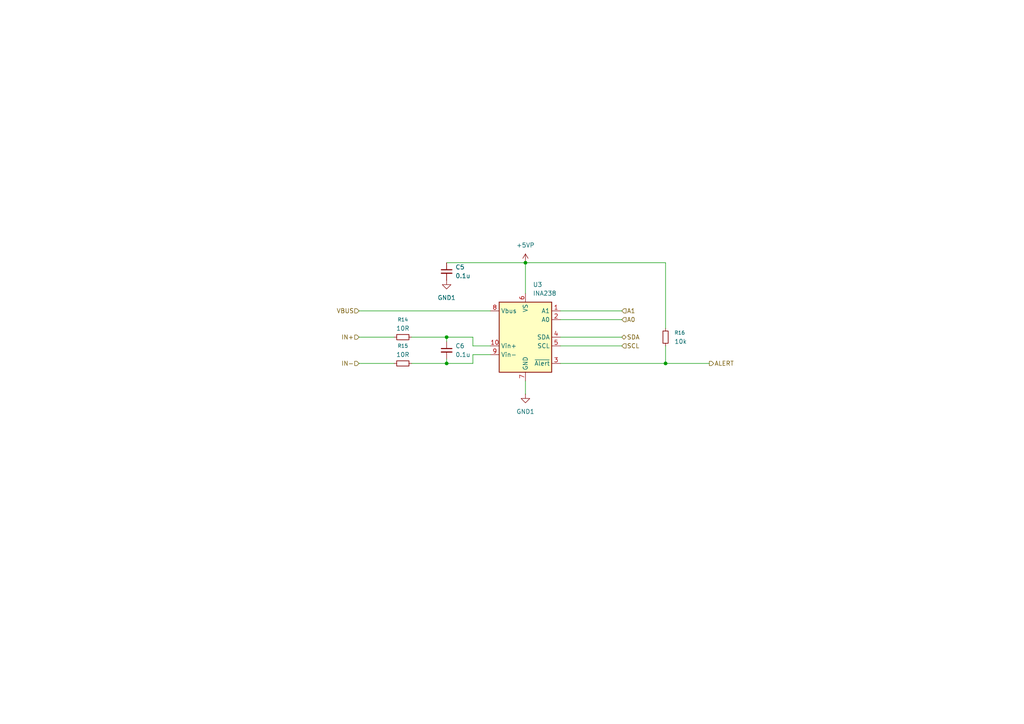
<source format=kicad_sch>
(kicad_sch
	(version 20250114)
	(generator "eeschema")
	(generator_version "9.0")
	(uuid "e77368e9-935d-4ef7-a79a-1f82a3ef1a00")
	(paper "A4")
	(title_block
		(title "12V-2x6 Current Monitor")
		(date "2025-08-12")
		(rev "1")
		(company "eggsampler")
	)
	(lib_symbols
		(symbol "Device:C_Small"
			(pin_numbers
				(hide yes)
			)
			(pin_names
				(offset 0.254)
				(hide yes)
			)
			(exclude_from_sim no)
			(in_bom yes)
			(on_board yes)
			(property "Reference" "C"
				(at 0.254 1.778 0)
				(effects
					(font
						(size 1.27 1.27)
					)
					(justify left)
				)
			)
			(property "Value" "C_Small"
				(at 0.254 -2.032 0)
				(effects
					(font
						(size 1.27 1.27)
					)
					(justify left)
				)
			)
			(property "Footprint" ""
				(at 0 0 0)
				(effects
					(font
						(size 1.27 1.27)
					)
					(hide yes)
				)
			)
			(property "Datasheet" "~"
				(at 0 0 0)
				(effects
					(font
						(size 1.27 1.27)
					)
					(hide yes)
				)
			)
			(property "Description" "Unpolarized capacitor, small symbol"
				(at 0 0 0)
				(effects
					(font
						(size 1.27 1.27)
					)
					(hide yes)
				)
			)
			(property "ki_keywords" "capacitor cap"
				(at 0 0 0)
				(effects
					(font
						(size 1.27 1.27)
					)
					(hide yes)
				)
			)
			(property "ki_fp_filters" "C_*"
				(at 0 0 0)
				(effects
					(font
						(size 1.27 1.27)
					)
					(hide yes)
				)
			)
			(symbol "C_Small_0_1"
				(polyline
					(pts
						(xy -1.524 0.508) (xy 1.524 0.508)
					)
					(stroke
						(width 0.3048)
						(type default)
					)
					(fill
						(type none)
					)
				)
				(polyline
					(pts
						(xy -1.524 -0.508) (xy 1.524 -0.508)
					)
					(stroke
						(width 0.3302)
						(type default)
					)
					(fill
						(type none)
					)
				)
			)
			(symbol "C_Small_1_1"
				(pin passive line
					(at 0 2.54 270)
					(length 2.032)
					(name "~"
						(effects
							(font
								(size 1.27 1.27)
							)
						)
					)
					(number "1"
						(effects
							(font
								(size 1.27 1.27)
							)
						)
					)
				)
				(pin passive line
					(at 0 -2.54 90)
					(length 2.032)
					(name "~"
						(effects
							(font
								(size 1.27 1.27)
							)
						)
					)
					(number "2"
						(effects
							(font
								(size 1.27 1.27)
							)
						)
					)
				)
			)
			(embedded_fonts no)
		)
		(symbol "Device:R_Small"
			(pin_numbers
				(hide yes)
			)
			(pin_names
				(offset 0.254)
				(hide yes)
			)
			(exclude_from_sim no)
			(in_bom yes)
			(on_board yes)
			(property "Reference" "R"
				(at 0 0 90)
				(effects
					(font
						(size 1.016 1.016)
					)
				)
			)
			(property "Value" "R_Small"
				(at 1.778 0 90)
				(effects
					(font
						(size 1.27 1.27)
					)
				)
			)
			(property "Footprint" ""
				(at 0 0 0)
				(effects
					(font
						(size 1.27 1.27)
					)
					(hide yes)
				)
			)
			(property "Datasheet" "~"
				(at 0 0 0)
				(effects
					(font
						(size 1.27 1.27)
					)
					(hide yes)
				)
			)
			(property "Description" "Resistor, small symbol"
				(at 0 0 0)
				(effects
					(font
						(size 1.27 1.27)
					)
					(hide yes)
				)
			)
			(property "ki_keywords" "R resistor"
				(at 0 0 0)
				(effects
					(font
						(size 1.27 1.27)
					)
					(hide yes)
				)
			)
			(property "ki_fp_filters" "R_*"
				(at 0 0 0)
				(effects
					(font
						(size 1.27 1.27)
					)
					(hide yes)
				)
			)
			(symbol "R_Small_0_1"
				(rectangle
					(start -0.762 1.778)
					(end 0.762 -1.778)
					(stroke
						(width 0.2032)
						(type default)
					)
					(fill
						(type none)
					)
				)
			)
			(symbol "R_Small_1_1"
				(pin passive line
					(at 0 2.54 270)
					(length 0.762)
					(name "~"
						(effects
							(font
								(size 1.27 1.27)
							)
						)
					)
					(number "1"
						(effects
							(font
								(size 1.27 1.27)
							)
						)
					)
				)
				(pin passive line
					(at 0 -2.54 90)
					(length 0.762)
					(name "~"
						(effects
							(font
								(size 1.27 1.27)
							)
						)
					)
					(number "2"
						(effects
							(font
								(size 1.27 1.27)
							)
						)
					)
				)
			)
			(embedded_fonts no)
		)
		(symbol "Sensor_Energy:INA238"
			(exclude_from_sim no)
			(in_bom yes)
			(on_board yes)
			(property "Reference" "U"
				(at -6.35 11.43 0)
				(effects
					(font
						(size 1.27 1.27)
					)
				)
			)
			(property "Value" "INA238"
				(at 3.81 11.43 0)
				(effects
					(font
						(size 1.27 1.27)
					)
				)
			)
			(property "Footprint" "Package_SO:VSSOP-10_3x3mm_P0.5mm"
				(at 20.32 -11.43 0)
				(effects
					(font
						(size 1.27 1.27)
					)
					(hide yes)
				)
			)
			(property "Datasheet" "https://www.ti.com/lit/ds/symlink/ina238.pdf"
				(at 8.89 -2.54 0)
				(effects
					(font
						(size 1.27 1.27)
					)
					(hide yes)
				)
			)
			(property "Description" "High-Side or Low-Side Measurement, Bi-Directional Current and Power Monitor (0-85V) with I2C, SMBus-, and PMBus-Compatible Interface, VSSOP-10"
				(at 0 0 0)
				(effects
					(font
						(size 1.27 1.27)
					)
					(hide yes)
				)
			)
			(property "ki_keywords" "ADC I2C 16-Bit Oversampling Current Shunt"
				(at 0 0 0)
				(effects
					(font
						(size 1.27 1.27)
					)
					(hide yes)
				)
			)
			(property "ki_fp_filters" "VSSOP*3x3mm*P0.5mm*"
				(at 0 0 0)
				(effects
					(font
						(size 1.27 1.27)
					)
					(hide yes)
				)
			)
			(symbol "INA238_0_1"
				(rectangle
					(start 7.62 10.16)
					(end -7.62 -10.16)
					(stroke
						(width 0.254)
						(type default)
					)
					(fill
						(type background)
					)
				)
			)
			(symbol "INA238_1_1"
				(pin input line
					(at -10.16 7.62 0)
					(length 2.54)
					(name "Vbus"
						(effects
							(font
								(size 1.27 1.27)
							)
						)
					)
					(number "8"
						(effects
							(font
								(size 1.27 1.27)
							)
						)
					)
				)
				(pin input line
					(at -10.16 -2.54 0)
					(length 2.54)
					(name "Vin+"
						(effects
							(font
								(size 1.27 1.27)
							)
						)
					)
					(number "10"
						(effects
							(font
								(size 1.27 1.27)
							)
						)
					)
				)
				(pin input line
					(at -10.16 -5.08 0)
					(length 2.54)
					(name "Vin-"
						(effects
							(font
								(size 1.27 1.27)
							)
						)
					)
					(number "9"
						(effects
							(font
								(size 1.27 1.27)
							)
						)
					)
				)
				(pin power_in line
					(at 0 12.7 270)
					(length 2.54)
					(name "VS"
						(effects
							(font
								(size 1.27 1.27)
							)
						)
					)
					(number "6"
						(effects
							(font
								(size 1.27 1.27)
							)
						)
					)
				)
				(pin power_in line
					(at 0 -12.7 90)
					(length 2.54)
					(name "GND"
						(effects
							(font
								(size 1.27 1.27)
							)
						)
					)
					(number "7"
						(effects
							(font
								(size 1.27 1.27)
							)
						)
					)
				)
				(pin input line
					(at 10.16 7.62 180)
					(length 2.54)
					(name "A1"
						(effects
							(font
								(size 1.27 1.27)
							)
						)
					)
					(number "1"
						(effects
							(font
								(size 1.27 1.27)
							)
						)
					)
				)
				(pin input line
					(at 10.16 5.08 180)
					(length 2.54)
					(name "A0"
						(effects
							(font
								(size 1.27 1.27)
							)
						)
					)
					(number "2"
						(effects
							(font
								(size 1.27 1.27)
							)
						)
					)
				)
				(pin bidirectional line
					(at 10.16 0 180)
					(length 2.54)
					(name "SDA"
						(effects
							(font
								(size 1.27 1.27)
							)
						)
					)
					(number "4"
						(effects
							(font
								(size 1.27 1.27)
							)
						)
					)
				)
				(pin input line
					(at 10.16 -2.54 180)
					(length 2.54)
					(name "SCL"
						(effects
							(font
								(size 1.27 1.27)
							)
						)
					)
					(number "5"
						(effects
							(font
								(size 1.27 1.27)
							)
						)
					)
				)
				(pin open_collector line
					(at 10.16 -7.62 180)
					(length 2.54)
					(name "~{Alert}"
						(effects
							(font
								(size 1.27 1.27)
							)
						)
					)
					(number "3"
						(effects
							(font
								(size 1.27 1.27)
							)
						)
					)
				)
			)
			(embedded_fonts no)
		)
		(symbol "power:+5VP"
			(power)
			(pin_numbers
				(hide yes)
			)
			(pin_names
				(offset 0)
				(hide yes)
			)
			(exclude_from_sim no)
			(in_bom yes)
			(on_board yes)
			(property "Reference" "#PWR"
				(at 0 -3.81 0)
				(effects
					(font
						(size 1.27 1.27)
					)
					(hide yes)
				)
			)
			(property "Value" "+5VP"
				(at 0 3.556 0)
				(effects
					(font
						(size 1.27 1.27)
					)
				)
			)
			(property "Footprint" ""
				(at 0 0 0)
				(effects
					(font
						(size 1.27 1.27)
					)
					(hide yes)
				)
			)
			(property "Datasheet" ""
				(at 0 0 0)
				(effects
					(font
						(size 1.27 1.27)
					)
					(hide yes)
				)
			)
			(property "Description" "Power symbol creates a global label with name \"+5VP\""
				(at 0 0 0)
				(effects
					(font
						(size 1.27 1.27)
					)
					(hide yes)
				)
			)
			(property "ki_keywords" "global power"
				(at 0 0 0)
				(effects
					(font
						(size 1.27 1.27)
					)
					(hide yes)
				)
			)
			(symbol "+5VP_0_1"
				(polyline
					(pts
						(xy -0.762 1.27) (xy 0 2.54)
					)
					(stroke
						(width 0)
						(type default)
					)
					(fill
						(type none)
					)
				)
				(polyline
					(pts
						(xy 0 2.54) (xy 0.762 1.27)
					)
					(stroke
						(width 0)
						(type default)
					)
					(fill
						(type none)
					)
				)
				(polyline
					(pts
						(xy 0 0) (xy 0 2.54)
					)
					(stroke
						(width 0)
						(type default)
					)
					(fill
						(type none)
					)
				)
			)
			(symbol "+5VP_1_1"
				(pin power_in line
					(at 0 0 90)
					(length 0)
					(name "~"
						(effects
							(font
								(size 1.27 1.27)
							)
						)
					)
					(number "1"
						(effects
							(font
								(size 1.27 1.27)
							)
						)
					)
				)
			)
			(embedded_fonts no)
		)
		(symbol "power:GND1"
			(power)
			(pin_numbers
				(hide yes)
			)
			(pin_names
				(offset 0)
				(hide yes)
			)
			(exclude_from_sim no)
			(in_bom yes)
			(on_board yes)
			(property "Reference" "#PWR"
				(at 0 -6.35 0)
				(effects
					(font
						(size 1.27 1.27)
					)
					(hide yes)
				)
			)
			(property "Value" "GND1"
				(at 0 -3.81 0)
				(effects
					(font
						(size 1.27 1.27)
					)
				)
			)
			(property "Footprint" ""
				(at 0 0 0)
				(effects
					(font
						(size 1.27 1.27)
					)
					(hide yes)
				)
			)
			(property "Datasheet" ""
				(at 0 0 0)
				(effects
					(font
						(size 1.27 1.27)
					)
					(hide yes)
				)
			)
			(property "Description" "Power symbol creates a global label with name \"GND1\" , ground"
				(at 0 0 0)
				(effects
					(font
						(size 1.27 1.27)
					)
					(hide yes)
				)
			)
			(property "ki_keywords" "global power"
				(at 0 0 0)
				(effects
					(font
						(size 1.27 1.27)
					)
					(hide yes)
				)
			)
			(symbol "GND1_0_1"
				(polyline
					(pts
						(xy 0 0) (xy 0 -1.27) (xy 1.27 -1.27) (xy 0 -2.54) (xy -1.27 -1.27) (xy 0 -1.27)
					)
					(stroke
						(width 0)
						(type default)
					)
					(fill
						(type none)
					)
				)
			)
			(symbol "GND1_1_1"
				(pin power_in line
					(at 0 0 270)
					(length 0)
					(name "~"
						(effects
							(font
								(size 1.27 1.27)
							)
						)
					)
					(number "1"
						(effects
							(font
								(size 1.27 1.27)
							)
						)
					)
				)
			)
			(embedded_fonts no)
		)
	)
	(junction
		(at 193.04 105.41)
		(diameter 0)
		(color 0 0 0 0)
		(uuid "00fd4683-f054-4dce-b6fb-f1a260eaa95a")
	)
	(junction
		(at 152.4 76.2)
		(diameter 0)
		(color 0 0 0 0)
		(uuid "205c21a3-4ffe-479b-a651-2b2a5d31c36e")
	)
	(junction
		(at 129.54 97.79)
		(diameter 0)
		(color 0 0 0 0)
		(uuid "23e6ddd6-bcd5-4a72-bc7c-f9a00a489df9")
	)
	(junction
		(at 129.54 105.41)
		(diameter 0)
		(color 0 0 0 0)
		(uuid "ee45fef2-df29-4046-8cd3-0f8d8e663554")
	)
	(wire
		(pts
			(xy 152.4 114.3) (xy 152.4 110.49)
		)
		(stroke
			(width 0)
			(type default)
		)
		(uuid "027b78a3-6bc4-48aa-b1ff-e8c6f15aeed3")
	)
	(wire
		(pts
			(xy 129.54 104.14) (xy 129.54 105.41)
		)
		(stroke
			(width 0)
			(type default)
		)
		(uuid "09eb141e-cfbd-4c39-b5da-e07c6354f3e9")
	)
	(wire
		(pts
			(xy 162.56 97.79) (xy 180.34 97.79)
		)
		(stroke
			(width 0)
			(type default)
		)
		(uuid "0d5be83d-6d24-4812-8cf7-80e128dc6ff9")
	)
	(wire
		(pts
			(xy 193.04 100.33) (xy 193.04 105.41)
		)
		(stroke
			(width 0)
			(type default)
		)
		(uuid "0dfa4fe9-b9c2-4382-96af-486ee9a0f3d3")
	)
	(wire
		(pts
			(xy 129.54 97.79) (xy 137.16 97.79)
		)
		(stroke
			(width 0)
			(type default)
		)
		(uuid "115fa87d-91e5-4adb-a6b1-a5ae84c34977")
	)
	(wire
		(pts
			(xy 162.56 100.33) (xy 180.34 100.33)
		)
		(stroke
			(width 0)
			(type default)
		)
		(uuid "3921f01f-8c88-49c8-9eb0-d1500b57d93c")
	)
	(wire
		(pts
			(xy 162.56 105.41) (xy 193.04 105.41)
		)
		(stroke
			(width 0)
			(type default)
		)
		(uuid "4eb5e3f8-f12d-4ae8-8190-c5192c9634b5")
	)
	(wire
		(pts
			(xy 129.54 105.41) (xy 119.38 105.41)
		)
		(stroke
			(width 0)
			(type default)
		)
		(uuid "50630a6d-b6d5-4bd9-9cc9-3ed2666f9280")
	)
	(wire
		(pts
			(xy 193.04 76.2) (xy 152.4 76.2)
		)
		(stroke
			(width 0)
			(type default)
		)
		(uuid "52b02c0d-1beb-4da4-a813-8c9b48967e76")
	)
	(wire
		(pts
			(xy 162.56 92.71) (xy 180.34 92.71)
		)
		(stroke
			(width 0)
			(type default)
		)
		(uuid "5310367c-f978-4dd6-afc2-ede7da384891")
	)
	(wire
		(pts
			(xy 193.04 105.41) (xy 205.74 105.41)
		)
		(stroke
			(width 0)
			(type default)
		)
		(uuid "6ca456db-bd74-4835-9b9a-017c52b21833")
	)
	(wire
		(pts
			(xy 104.14 97.79) (xy 114.3 97.79)
		)
		(stroke
			(width 0)
			(type default)
		)
		(uuid "7d0bca85-3eb6-44bc-9501-f00bd8b3181b")
	)
	(wire
		(pts
			(xy 129.54 76.2) (xy 152.4 76.2)
		)
		(stroke
			(width 0)
			(type default)
		)
		(uuid "8d387ae2-f410-49ab-9a37-bbce7bc1ba3f")
	)
	(wire
		(pts
			(xy 137.16 100.33) (xy 142.24 100.33)
		)
		(stroke
			(width 0)
			(type default)
		)
		(uuid "95bb0a81-0019-404b-86eb-966ec625b37c")
	)
	(wire
		(pts
			(xy 137.16 102.87) (xy 137.16 105.41)
		)
		(stroke
			(width 0)
			(type default)
		)
		(uuid "9d6fd4d2-534b-4b76-95cf-5a262d1eebeb")
	)
	(wire
		(pts
			(xy 104.14 105.41) (xy 114.3 105.41)
		)
		(stroke
			(width 0)
			(type default)
		)
		(uuid "a99f2721-e01c-4dc1-89cb-00894c409913")
	)
	(wire
		(pts
			(xy 137.16 97.79) (xy 137.16 100.33)
		)
		(stroke
			(width 0)
			(type default)
		)
		(uuid "ab16ce6b-51e9-461c-b046-e19b6f68e9df")
	)
	(wire
		(pts
			(xy 104.14 90.17) (xy 142.24 90.17)
		)
		(stroke
			(width 0)
			(type default)
		)
		(uuid "c7fe0cc3-9386-46cc-876d-93354762df90")
	)
	(wire
		(pts
			(xy 137.16 105.41) (xy 129.54 105.41)
		)
		(stroke
			(width 0)
			(type default)
		)
		(uuid "cb35f888-ed0e-4d4c-bb12-62ebbcfd5b22")
	)
	(wire
		(pts
			(xy 142.24 102.87) (xy 137.16 102.87)
		)
		(stroke
			(width 0)
			(type default)
		)
		(uuid "cb575103-5d33-4877-a471-8a64c996cbb3")
	)
	(wire
		(pts
			(xy 152.4 76.2) (xy 152.4 85.09)
		)
		(stroke
			(width 0)
			(type default)
		)
		(uuid "ce1859f9-fef3-4f63-b6a7-c18800c39ecc")
	)
	(wire
		(pts
			(xy 162.56 90.17) (xy 180.34 90.17)
		)
		(stroke
			(width 0)
			(type default)
		)
		(uuid "cf70b3e5-a650-4e5d-9957-d10f162d2ae0")
	)
	(wire
		(pts
			(xy 193.04 95.25) (xy 193.04 76.2)
		)
		(stroke
			(width 0)
			(type default)
		)
		(uuid "d8ad0bbe-29ff-477e-802b-54efeb9944a6")
	)
	(wire
		(pts
			(xy 119.38 97.79) (xy 129.54 97.79)
		)
		(stroke
			(width 0)
			(type default)
		)
		(uuid "df57dfeb-d7f1-4fe0-98fe-2666751c18d2")
	)
	(wire
		(pts
			(xy 129.54 97.79) (xy 129.54 99.06)
		)
		(stroke
			(width 0)
			(type default)
		)
		(uuid "ec7710d6-1ab9-4e27-9994-abc0f6b4ad39")
	)
	(hierarchical_label "A1"
		(shape input)
		(at 180.34 90.17 0)
		(effects
			(font
				(size 1.27 1.27)
			)
			(justify left)
		)
		(uuid "0ac73de1-4cbc-4122-8676-4e8d693de230")
	)
	(hierarchical_label "IN-"
		(shape input)
		(at 104.14 105.41 180)
		(effects
			(font
				(size 1.27 1.27)
			)
			(justify right)
		)
		(uuid "1ed33728-a82b-4ac2-9811-cbf56f038653")
	)
	(hierarchical_label "SDA"
		(shape bidirectional)
		(at 180.34 97.79 0)
		(effects
			(font
				(size 1.27 1.27)
			)
			(justify left)
		)
		(uuid "358646da-c120-4a4b-a2a2-5199e4af7834")
	)
	(hierarchical_label "VBUS"
		(shape input)
		(at 104.14 90.17 180)
		(effects
			(font
				(size 1.27 1.27)
			)
			(justify right)
		)
		(uuid "4ec44683-084f-444d-852b-3d8ccd8aa201")
	)
	(hierarchical_label "IN+"
		(shape input)
		(at 104.14 97.79 180)
		(effects
			(font
				(size 1.27 1.27)
			)
			(justify right)
		)
		(uuid "781a047e-3a46-4917-97a5-90751268222b")
	)
	(hierarchical_label "SCL"
		(shape input)
		(at 180.34 100.33 0)
		(effects
			(font
				(size 1.27 1.27)
			)
			(justify left)
		)
		(uuid "9951b719-7856-4710-b80e-889eafda48c5")
	)
	(hierarchical_label "A0"
		(shape input)
		(at 180.34 92.71 0)
		(effects
			(font
				(size 1.27 1.27)
			)
			(justify left)
		)
		(uuid "a1b3336e-9681-4466-885e-736e0a174ec8")
	)
	(hierarchical_label "ALERT"
		(shape output)
		(at 205.74 105.41 0)
		(effects
			(font
				(size 1.27 1.27)
			)
			(justify left)
		)
		(uuid "e677879e-0b99-47de-8d76-fe99fc8691fe")
	)
	(symbol
		(lib_id "Device:C_Small")
		(at 129.54 101.6 0)
		(unit 1)
		(exclude_from_sim no)
		(in_bom yes)
		(on_board yes)
		(dnp no)
		(fields_autoplaced yes)
		(uuid "1ab03d36-eb0c-4d62-8ad9-20e351b24e0d")
		(property "Reference" "C2"
			(at 132.08 100.3362 0)
			(effects
				(font
					(size 1.27 1.27)
				)
				(justify left)
			)
		)
		(property "Value" "0.1u"
			(at 132.08 102.8762 0)
			(effects
				(font
					(size 1.27 1.27)
				)
				(justify left)
			)
		)
		(property "Footprint" "Capacitor_SMD:C_0402_1005Metric"
			(at 129.54 101.6 0)
			(effects
				(font
					(size 1.27 1.27)
				)
				(hide yes)
			)
		)
		(property "Datasheet" "~"
			(at 129.54 101.6 0)
			(effects
				(font
					(size 1.27 1.27)
				)
				(hide yes)
			)
		)
		(property "Description" "Unpolarized capacitor, small symbol"
			(at 129.54 101.6 0)
			(effects
				(font
					(size 1.27 1.27)
				)
				(hide yes)
			)
		)
		(pin "2"
			(uuid "7b810f5a-4073-4d50-9e81-667ff2aa1a45")
		)
		(pin "1"
			(uuid "65e7e0b6-cfe5-4939-9105-ba615dae05c6")
		)
		(instances
			(project "12v-2x6"
				(path "/8b0d253f-310b-49c8-a50d-a58538d7eb55/5f64c334-7659-4c76-9323-ebfdee80268f/0603ebd5-0d24-456c-bcc8-096102021372"
					(reference "C6")
					(unit 1)
				)
				(path "/8b0d253f-310b-49c8-a50d-a58538d7eb55/5f64c334-7659-4c76-9323-ebfdee80268f/7fc7a08f-7432-48be-87d1-d700ce9c812c"
					(reference "C4")
					(unit 1)
				)
				(path "/8b0d253f-310b-49c8-a50d-a58538d7eb55/5f64c334-7659-4c76-9323-ebfdee80268f/80802281-1b80-4122-be7e-7196b142d1e1"
					(reference "C8")
					(unit 1)
				)
				(path "/8b0d253f-310b-49c8-a50d-a58538d7eb55/5f64c334-7659-4c76-9323-ebfdee80268f/a523af99-fd10-4313-9eef-6a1672cc3077"
					(reference "C10")
					(unit 1)
				)
				(path "/8b0d253f-310b-49c8-a50d-a58538d7eb55/5f64c334-7659-4c76-9323-ebfdee80268f/ae24e007-4219-4a25-8742-0d971135f6ed"
					(reference "C2")
					(unit 1)
				)
				(path "/8b0d253f-310b-49c8-a50d-a58538d7eb55/5f64c334-7659-4c76-9323-ebfdee80268f/c4e060ac-ae92-4003-b6c1-14e2742d23e3"
					(reference "C12")
					(unit 1)
				)
			)
		)
	)
	(symbol
		(lib_id "Sensor_Energy:INA238")
		(at 152.4 97.79 0)
		(unit 1)
		(exclude_from_sim no)
		(in_bom yes)
		(on_board yes)
		(dnp no)
		(fields_autoplaced yes)
		(uuid "8e5318f2-7b50-435d-8421-09615e4923aa")
		(property "Reference" "U1"
			(at 154.5433 82.55 0)
			(effects
				(font
					(size 1.27 1.27)
				)
				(justify left)
			)
		)
		(property "Value" "INA238"
			(at 154.5433 85.09 0)
			(effects
				(font
					(size 1.27 1.27)
				)
				(justify left)
			)
		)
		(property "Footprint" "Package_SO:VSSOP-10_3x3mm_P0.5mm"
			(at 172.72 109.22 0)
			(effects
				(font
					(size 1.27 1.27)
				)
				(hide yes)
			)
		)
		(property "Datasheet" "https://www.ti.com/lit/ds/symlink/ina238.pdf"
			(at 161.29 100.33 0)
			(effects
				(font
					(size 1.27 1.27)
				)
				(hide yes)
			)
		)
		(property "Description" "High-Side or Low-Side Measurement, Bi-Directional Current and Power Monitor (0-85V) with I2C, SMBus-, and PMBus-Compatible Interface, VSSOP-10"
			(at 152.4 97.79 0)
			(effects
				(font
					(size 1.27 1.27)
				)
				(hide yes)
			)
		)
		(pin "10"
			(uuid "30980bcd-cb12-4ab5-87b1-37d8b813ceab")
		)
		(pin "8"
			(uuid "1026ef73-33ad-4e42-a111-da041bc994c3")
		)
		(pin "7"
			(uuid "8576d409-3737-4822-8753-6be4546f1ad1")
		)
		(pin "6"
			(uuid "1e7ff48d-1f17-4b40-abea-3c3cb8e6fa6b")
		)
		(pin "9"
			(uuid "ad11d538-684f-4cee-8947-e2b869c3cea2")
		)
		(pin "1"
			(uuid "83e306d9-f6b5-471e-a932-c9944879dea4")
		)
		(pin "2"
			(uuid "2fbcbe12-a31a-4dd7-ab96-38897e40b4b1")
		)
		(pin "4"
			(uuid "1819fb96-086e-4c51-8b6c-d97c8d129d05")
		)
		(pin "5"
			(uuid "69c2975c-b6c0-4948-a71a-0d4dc8532a94")
		)
		(pin "3"
			(uuid "26b1a248-5e27-499b-82fa-bdeb06f9e325")
		)
		(instances
			(project "12v-2x6"
				(path "/8b0d253f-310b-49c8-a50d-a58538d7eb55/5f64c334-7659-4c76-9323-ebfdee80268f/0603ebd5-0d24-456c-bcc8-096102021372"
					(reference "U3")
					(unit 1)
				)
				(path "/8b0d253f-310b-49c8-a50d-a58538d7eb55/5f64c334-7659-4c76-9323-ebfdee80268f/7fc7a08f-7432-48be-87d1-d700ce9c812c"
					(reference "U2")
					(unit 1)
				)
				(path "/8b0d253f-310b-49c8-a50d-a58538d7eb55/5f64c334-7659-4c76-9323-ebfdee80268f/80802281-1b80-4122-be7e-7196b142d1e1"
					(reference "U4")
					(unit 1)
				)
				(path "/8b0d253f-310b-49c8-a50d-a58538d7eb55/5f64c334-7659-4c76-9323-ebfdee80268f/a523af99-fd10-4313-9eef-6a1672cc3077"
					(reference "U5")
					(unit 1)
				)
				(path "/8b0d253f-310b-49c8-a50d-a58538d7eb55/5f64c334-7659-4c76-9323-ebfdee80268f/ae24e007-4219-4a25-8742-0d971135f6ed"
					(reference "U1")
					(unit 1)
				)
				(path "/8b0d253f-310b-49c8-a50d-a58538d7eb55/5f64c334-7659-4c76-9323-ebfdee80268f/c4e060ac-ae92-4003-b6c1-14e2742d23e3"
					(reference "U6")
					(unit 1)
				)
			)
		)
	)
	(symbol
		(lib_id "Device:C_Small")
		(at 129.54 78.74 0)
		(unit 1)
		(exclude_from_sim no)
		(in_bom yes)
		(on_board yes)
		(dnp no)
		(fields_autoplaced yes)
		(uuid "a575d791-f1fb-46b8-8c82-1a46acc37399")
		(property "Reference" "C1"
			(at 132.08 77.4762 0)
			(effects
				(font
					(size 1.27 1.27)
				)
				(justify left)
			)
		)
		(property "Value" "0.1u"
			(at 132.08 80.0162 0)
			(effects
				(font
					(size 1.27 1.27)
				)
				(justify left)
			)
		)
		(property "Footprint" "Capacitor_SMD:C_0402_1005Metric"
			(at 129.54 78.74 0)
			(effects
				(font
					(size 1.27 1.27)
				)
				(hide yes)
			)
		)
		(property "Datasheet" "~"
			(at 129.54 78.74 0)
			(effects
				(font
					(size 1.27 1.27)
				)
				(hide yes)
			)
		)
		(property "Description" "Unpolarized capacitor, small symbol"
			(at 129.54 78.74 0)
			(effects
				(font
					(size 1.27 1.27)
				)
				(hide yes)
			)
		)
		(pin "2"
			(uuid "a9ca46f4-b1f8-4fa3-a023-f6d8f872697f")
		)
		(pin "1"
			(uuid "b3386636-543a-455a-b97b-c831ccfcf70a")
		)
		(instances
			(project "12v-2x6"
				(path "/8b0d253f-310b-49c8-a50d-a58538d7eb55/5f64c334-7659-4c76-9323-ebfdee80268f/0603ebd5-0d24-456c-bcc8-096102021372"
					(reference "C5")
					(unit 1)
				)
				(path "/8b0d253f-310b-49c8-a50d-a58538d7eb55/5f64c334-7659-4c76-9323-ebfdee80268f/7fc7a08f-7432-48be-87d1-d700ce9c812c"
					(reference "C3")
					(unit 1)
				)
				(path "/8b0d253f-310b-49c8-a50d-a58538d7eb55/5f64c334-7659-4c76-9323-ebfdee80268f/80802281-1b80-4122-be7e-7196b142d1e1"
					(reference "C7")
					(unit 1)
				)
				(path "/8b0d253f-310b-49c8-a50d-a58538d7eb55/5f64c334-7659-4c76-9323-ebfdee80268f/a523af99-fd10-4313-9eef-6a1672cc3077"
					(reference "C9")
					(unit 1)
				)
				(path "/8b0d253f-310b-49c8-a50d-a58538d7eb55/5f64c334-7659-4c76-9323-ebfdee80268f/ae24e007-4219-4a25-8742-0d971135f6ed"
					(reference "C1")
					(unit 1)
				)
				(path "/8b0d253f-310b-49c8-a50d-a58538d7eb55/5f64c334-7659-4c76-9323-ebfdee80268f/c4e060ac-ae92-4003-b6c1-14e2742d23e3"
					(reference "C11")
					(unit 1)
				)
			)
		)
	)
	(symbol
		(lib_id "Device:R_Small")
		(at 116.84 97.79 90)
		(unit 1)
		(exclude_from_sim no)
		(in_bom yes)
		(on_board yes)
		(dnp no)
		(fields_autoplaced yes)
		(uuid "b1fc41b1-09c5-46db-8152-a9cae9aaba70")
		(property "Reference" "R8"
			(at 116.84 92.71 90)
			(effects
				(font
					(size 1.016 1.016)
				)
			)
		)
		(property "Value" "10R"
			(at 116.84 95.25 90)
			(effects
				(font
					(size 1.27 1.27)
				)
			)
		)
		(property "Footprint" "Resistor_SMD:R_0402_1005Metric"
			(at 116.84 97.79 0)
			(effects
				(font
					(size 1.27 1.27)
				)
				(hide yes)
			)
		)
		(property "Datasheet" "~"
			(at 116.84 97.79 0)
			(effects
				(font
					(size 1.27 1.27)
				)
				(hide yes)
			)
		)
		(property "Description" "Resistor, small symbol"
			(at 116.84 97.79 0)
			(effects
				(font
					(size 1.27 1.27)
				)
				(hide yes)
			)
		)
		(pin "1"
			(uuid "7c273a99-ac43-4f9d-8f1b-a7eda29b12c6")
		)
		(pin "2"
			(uuid "98d14125-41d0-4883-9700-696c9ccba03d")
		)
		(instances
			(project "12v-2x6"
				(path "/8b0d253f-310b-49c8-a50d-a58538d7eb55/5f64c334-7659-4c76-9323-ebfdee80268f/0603ebd5-0d24-456c-bcc8-096102021372"
					(reference "R14")
					(unit 1)
				)
				(path "/8b0d253f-310b-49c8-a50d-a58538d7eb55/5f64c334-7659-4c76-9323-ebfdee80268f/7fc7a08f-7432-48be-87d1-d700ce9c812c"
					(reference "R11")
					(unit 1)
				)
				(path "/8b0d253f-310b-49c8-a50d-a58538d7eb55/5f64c334-7659-4c76-9323-ebfdee80268f/80802281-1b80-4122-be7e-7196b142d1e1"
					(reference "R17")
					(unit 1)
				)
				(path "/8b0d253f-310b-49c8-a50d-a58538d7eb55/5f64c334-7659-4c76-9323-ebfdee80268f/a523af99-fd10-4313-9eef-6a1672cc3077"
					(reference "R20")
					(unit 1)
				)
				(path "/8b0d253f-310b-49c8-a50d-a58538d7eb55/5f64c334-7659-4c76-9323-ebfdee80268f/ae24e007-4219-4a25-8742-0d971135f6ed"
					(reference "R8")
					(unit 1)
				)
				(path "/8b0d253f-310b-49c8-a50d-a58538d7eb55/5f64c334-7659-4c76-9323-ebfdee80268f/c4e060ac-ae92-4003-b6c1-14e2742d23e3"
					(reference "R23")
					(unit 1)
				)
			)
		)
	)
	(symbol
		(lib_id "power:GND1")
		(at 152.4 114.3 0)
		(unit 1)
		(exclude_from_sim no)
		(in_bom yes)
		(on_board yes)
		(dnp no)
		(fields_autoplaced yes)
		(uuid "cff94d86-6e17-40a9-81ea-9e14c2fdb48c")
		(property "Reference" "#PWR05"
			(at 152.4 120.65 0)
			(effects
				(font
					(size 1.27 1.27)
				)
				(hide yes)
			)
		)
		(property "Value" "GND1"
			(at 152.4 119.38 0)
			(effects
				(font
					(size 1.27 1.27)
				)
			)
		)
		(property "Footprint" ""
			(at 152.4 114.3 0)
			(effects
				(font
					(size 1.27 1.27)
				)
				(hide yes)
			)
		)
		(property "Datasheet" ""
			(at 152.4 114.3 0)
			(effects
				(font
					(size 1.27 1.27)
				)
				(hide yes)
			)
		)
		(property "Description" "Power symbol creates a global label with name \"GND1\" , ground"
			(at 152.4 114.3 0)
			(effects
				(font
					(size 1.27 1.27)
				)
				(hide yes)
			)
		)
		(pin "1"
			(uuid "42acdbfa-9909-4f16-b4c5-0a88f8439ad3")
		)
		(instances
			(project "12v-2x6"
				(path "/8b0d253f-310b-49c8-a50d-a58538d7eb55/5f64c334-7659-4c76-9323-ebfdee80268f/0603ebd5-0d24-456c-bcc8-096102021372"
					(reference "#PWR011")
					(unit 1)
				)
				(path "/8b0d253f-310b-49c8-a50d-a58538d7eb55/5f64c334-7659-4c76-9323-ebfdee80268f/7fc7a08f-7432-48be-87d1-d700ce9c812c"
					(reference "#PWR08")
					(unit 1)
				)
				(path "/8b0d253f-310b-49c8-a50d-a58538d7eb55/5f64c334-7659-4c76-9323-ebfdee80268f/80802281-1b80-4122-be7e-7196b142d1e1"
					(reference "#PWR014")
					(unit 1)
				)
				(path "/8b0d253f-310b-49c8-a50d-a58538d7eb55/5f64c334-7659-4c76-9323-ebfdee80268f/a523af99-fd10-4313-9eef-6a1672cc3077"
					(reference "#PWR017")
					(unit 1)
				)
				(path "/8b0d253f-310b-49c8-a50d-a58538d7eb55/5f64c334-7659-4c76-9323-ebfdee80268f/ae24e007-4219-4a25-8742-0d971135f6ed"
					(reference "#PWR05")
					(unit 1)
				)
				(path "/8b0d253f-310b-49c8-a50d-a58538d7eb55/5f64c334-7659-4c76-9323-ebfdee80268f/c4e060ac-ae92-4003-b6c1-14e2742d23e3"
					(reference "#PWR020")
					(unit 1)
				)
			)
		)
	)
	(symbol
		(lib_id "power:+5VP")
		(at 152.4 76.2 0)
		(unit 1)
		(exclude_from_sim no)
		(in_bom yes)
		(on_board yes)
		(dnp no)
		(fields_autoplaced yes)
		(uuid "dc729cc4-38af-490d-a2e3-9ef8167ab8a7")
		(property "Reference" "#PWR04"
			(at 152.4 80.01 0)
			(effects
				(font
					(size 1.27 1.27)
				)
				(hide yes)
			)
		)
		(property "Value" "+5VP"
			(at 152.4 71.12 0)
			(effects
				(font
					(size 1.27 1.27)
				)
			)
		)
		(property "Footprint" ""
			(at 152.4 76.2 0)
			(effects
				(font
					(size 1.27 1.27)
				)
				(hide yes)
			)
		)
		(property "Datasheet" ""
			(at 152.4 76.2 0)
			(effects
				(font
					(size 1.27 1.27)
				)
				(hide yes)
			)
		)
		(property "Description" "Power symbol creates a global label with name \"+5VP\""
			(at 152.4 76.2 0)
			(effects
				(font
					(size 1.27 1.27)
				)
				(hide yes)
			)
		)
		(pin "1"
			(uuid "cce7a7ee-4acf-43fe-bf06-022abcdce2ba")
		)
		(instances
			(project "12v-2x6"
				(path "/8b0d253f-310b-49c8-a50d-a58538d7eb55/5f64c334-7659-4c76-9323-ebfdee80268f/0603ebd5-0d24-456c-bcc8-096102021372"
					(reference "#PWR010")
					(unit 1)
				)
				(path "/8b0d253f-310b-49c8-a50d-a58538d7eb55/5f64c334-7659-4c76-9323-ebfdee80268f/7fc7a08f-7432-48be-87d1-d700ce9c812c"
					(reference "#PWR07")
					(unit 1)
				)
				(path "/8b0d253f-310b-49c8-a50d-a58538d7eb55/5f64c334-7659-4c76-9323-ebfdee80268f/80802281-1b80-4122-be7e-7196b142d1e1"
					(reference "#PWR013")
					(unit 1)
				)
				(path "/8b0d253f-310b-49c8-a50d-a58538d7eb55/5f64c334-7659-4c76-9323-ebfdee80268f/a523af99-fd10-4313-9eef-6a1672cc3077"
					(reference "#PWR016")
					(unit 1)
				)
				(path "/8b0d253f-310b-49c8-a50d-a58538d7eb55/5f64c334-7659-4c76-9323-ebfdee80268f/ae24e007-4219-4a25-8742-0d971135f6ed"
					(reference "#PWR04")
					(unit 1)
				)
				(path "/8b0d253f-310b-49c8-a50d-a58538d7eb55/5f64c334-7659-4c76-9323-ebfdee80268f/c4e060ac-ae92-4003-b6c1-14e2742d23e3"
					(reference "#PWR019")
					(unit 1)
				)
			)
		)
	)
	(symbol
		(lib_id "Device:R_Small")
		(at 193.04 97.79 180)
		(unit 1)
		(exclude_from_sim no)
		(in_bom yes)
		(on_board yes)
		(dnp no)
		(fields_autoplaced yes)
		(uuid "ed61a7de-4c75-43d3-be37-a0ea36a5eacf")
		(property "Reference" "R10"
			(at 195.58 96.5199 0)
			(effects
				(font
					(size 1.016 1.016)
				)
				(justify right)
			)
		)
		(property "Value" "10k"
			(at 195.58 99.0599 0)
			(effects
				(font
					(size 1.27 1.27)
				)
				(justify right)
			)
		)
		(property "Footprint" "Resistor_SMD:R_0402_1005Metric"
			(at 193.04 97.79 0)
			(effects
				(font
					(size 1.27 1.27)
				)
				(hide yes)
			)
		)
		(property "Datasheet" "~"
			(at 193.04 97.79 0)
			(effects
				(font
					(size 1.27 1.27)
				)
				(hide yes)
			)
		)
		(property "Description" "Resistor, small symbol"
			(at 193.04 97.79 0)
			(effects
				(font
					(size 1.27 1.27)
				)
				(hide yes)
			)
		)
		(pin "1"
			(uuid "139ab643-7cc7-4a59-913b-46be0b8d7823")
		)
		(pin "2"
			(uuid "33541fad-4398-47c4-88dd-a47d4bc49ce1")
		)
		(instances
			(project "12v-2x6"
				(path "/8b0d253f-310b-49c8-a50d-a58538d7eb55/5f64c334-7659-4c76-9323-ebfdee80268f/0603ebd5-0d24-456c-bcc8-096102021372"
					(reference "R16")
					(unit 1)
				)
				(path "/8b0d253f-310b-49c8-a50d-a58538d7eb55/5f64c334-7659-4c76-9323-ebfdee80268f/7fc7a08f-7432-48be-87d1-d700ce9c812c"
					(reference "R13")
					(unit 1)
				)
				(path "/8b0d253f-310b-49c8-a50d-a58538d7eb55/5f64c334-7659-4c76-9323-ebfdee80268f/80802281-1b80-4122-be7e-7196b142d1e1"
					(reference "R19")
					(unit 1)
				)
				(path "/8b0d253f-310b-49c8-a50d-a58538d7eb55/5f64c334-7659-4c76-9323-ebfdee80268f/a523af99-fd10-4313-9eef-6a1672cc3077"
					(reference "R22")
					(unit 1)
				)
				(path "/8b0d253f-310b-49c8-a50d-a58538d7eb55/5f64c334-7659-4c76-9323-ebfdee80268f/ae24e007-4219-4a25-8742-0d971135f6ed"
					(reference "R10")
					(unit 1)
				)
				(path "/8b0d253f-310b-49c8-a50d-a58538d7eb55/5f64c334-7659-4c76-9323-ebfdee80268f/c4e060ac-ae92-4003-b6c1-14e2742d23e3"
					(reference "R25")
					(unit 1)
				)
			)
		)
	)
	(symbol
		(lib_id "Device:R_Small")
		(at 116.84 105.41 90)
		(unit 1)
		(exclude_from_sim no)
		(in_bom yes)
		(on_board yes)
		(dnp no)
		(fields_autoplaced yes)
		(uuid "facd7ead-7510-4519-9e99-f447a273d86d")
		(property "Reference" "R9"
			(at 116.84 100.33 90)
			(effects
				(font
					(size 1.016 1.016)
				)
			)
		)
		(property "Value" "10R"
			(at 116.84 102.87 90)
			(effects
				(font
					(size 1.27 1.27)
				)
			)
		)
		(property "Footprint" "Resistor_SMD:R_0402_1005Metric"
			(at 116.84 105.41 0)
			(effects
				(font
					(size 1.27 1.27)
				)
				(hide yes)
			)
		)
		(property "Datasheet" "~"
			(at 116.84 105.41 0)
			(effects
				(font
					(size 1.27 1.27)
				)
				(hide yes)
			)
		)
		(property "Description" "Resistor, small symbol"
			(at 116.84 105.41 0)
			(effects
				(font
					(size 1.27 1.27)
				)
				(hide yes)
			)
		)
		(pin "2"
			(uuid "c2db6cc0-bba6-4564-91b3-7bea3b0f23ad")
		)
		(pin "1"
			(uuid "7c9d8757-8d4f-42d5-87e1-07acd64bb6db")
		)
		(instances
			(project "12v-2x6"
				(path "/8b0d253f-310b-49c8-a50d-a58538d7eb55/5f64c334-7659-4c76-9323-ebfdee80268f/0603ebd5-0d24-456c-bcc8-096102021372"
					(reference "R15")
					(unit 1)
				)
				(path "/8b0d253f-310b-49c8-a50d-a58538d7eb55/5f64c334-7659-4c76-9323-ebfdee80268f/7fc7a08f-7432-48be-87d1-d700ce9c812c"
					(reference "R12")
					(unit 1)
				)
				(path "/8b0d253f-310b-49c8-a50d-a58538d7eb55/5f64c334-7659-4c76-9323-ebfdee80268f/80802281-1b80-4122-be7e-7196b142d1e1"
					(reference "R18")
					(unit 1)
				)
				(path "/8b0d253f-310b-49c8-a50d-a58538d7eb55/5f64c334-7659-4c76-9323-ebfdee80268f/a523af99-fd10-4313-9eef-6a1672cc3077"
					(reference "R21")
					(unit 1)
				)
				(path "/8b0d253f-310b-49c8-a50d-a58538d7eb55/5f64c334-7659-4c76-9323-ebfdee80268f/ae24e007-4219-4a25-8742-0d971135f6ed"
					(reference "R9")
					(unit 1)
				)
				(path "/8b0d253f-310b-49c8-a50d-a58538d7eb55/5f64c334-7659-4c76-9323-ebfdee80268f/c4e060ac-ae92-4003-b6c1-14e2742d23e3"
					(reference "R24")
					(unit 1)
				)
			)
		)
	)
	(symbol
		(lib_id "power:GND1")
		(at 129.54 81.28 0)
		(unit 1)
		(exclude_from_sim no)
		(in_bom yes)
		(on_board yes)
		(dnp no)
		(fields_autoplaced yes)
		(uuid "fbda460e-e3a5-43d9-bdb6-4d3361c30ccb")
		(property "Reference" "#PWR03"
			(at 129.54 87.63 0)
			(effects
				(font
					(size 1.27 1.27)
				)
				(hide yes)
			)
		)
		(property "Value" "GND1"
			(at 129.54 86.36 0)
			(effects
				(font
					(size 1.27 1.27)
				)
			)
		)
		(property "Footprint" ""
			(at 129.54 81.28 0)
			(effects
				(font
					(size 1.27 1.27)
				)
				(hide yes)
			)
		)
		(property "Datasheet" ""
			(at 129.54 81.28 0)
			(effects
				(font
					(size 1.27 1.27)
				)
				(hide yes)
			)
		)
		(property "Description" "Power symbol creates a global label with name \"GND1\" , ground"
			(at 129.54 81.28 0)
			(effects
				(font
					(size 1.27 1.27)
				)
				(hide yes)
			)
		)
		(pin "1"
			(uuid "88f89c81-9259-4f62-bf0e-2146abfcbf47")
		)
		(instances
			(project "12v-2x6"
				(path "/8b0d253f-310b-49c8-a50d-a58538d7eb55/5f64c334-7659-4c76-9323-ebfdee80268f/0603ebd5-0d24-456c-bcc8-096102021372"
					(reference "#PWR09")
					(unit 1)
				)
				(path "/8b0d253f-310b-49c8-a50d-a58538d7eb55/5f64c334-7659-4c76-9323-ebfdee80268f/7fc7a08f-7432-48be-87d1-d700ce9c812c"
					(reference "#PWR06")
					(unit 1)
				)
				(path "/8b0d253f-310b-49c8-a50d-a58538d7eb55/5f64c334-7659-4c76-9323-ebfdee80268f/80802281-1b80-4122-be7e-7196b142d1e1"
					(reference "#PWR012")
					(unit 1)
				)
				(path "/8b0d253f-310b-49c8-a50d-a58538d7eb55/5f64c334-7659-4c76-9323-ebfdee80268f/a523af99-fd10-4313-9eef-6a1672cc3077"
					(reference "#PWR015")
					(unit 1)
				)
				(path "/8b0d253f-310b-49c8-a50d-a58538d7eb55/5f64c334-7659-4c76-9323-ebfdee80268f/ae24e007-4219-4a25-8742-0d971135f6ed"
					(reference "#PWR03")
					(unit 1)
				)
				(path "/8b0d253f-310b-49c8-a50d-a58538d7eb55/5f64c334-7659-4c76-9323-ebfdee80268f/c4e060ac-ae92-4003-b6c1-14e2742d23e3"
					(reference "#PWR018")
					(unit 1)
				)
			)
		)
	)
)

</source>
